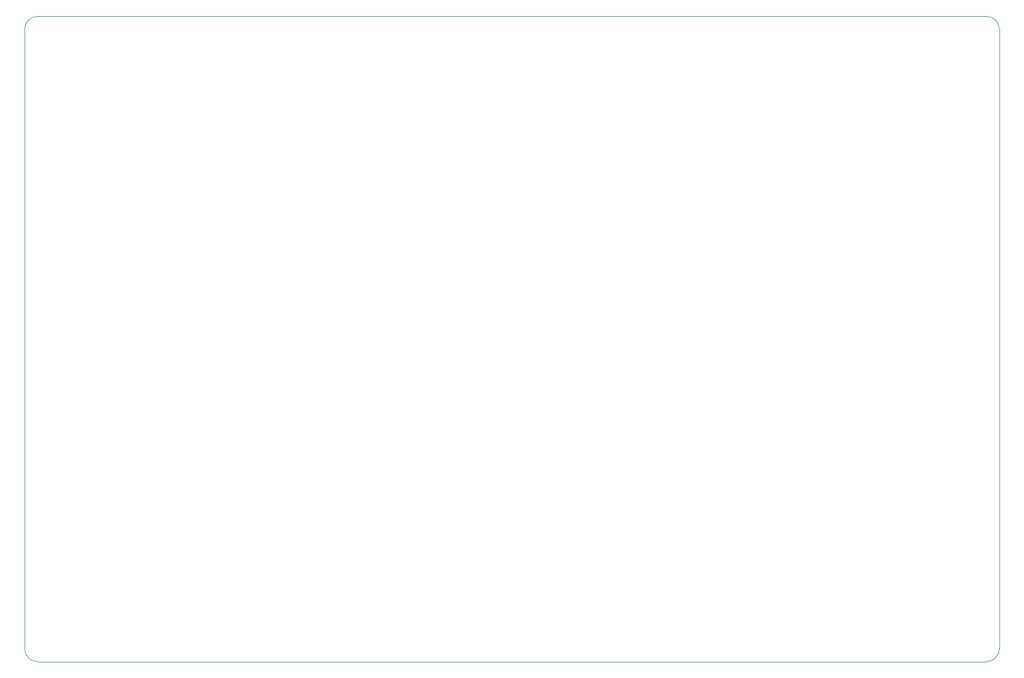
<source format=gbr>
G04 #@! TF.GenerationSoftware,KiCad,Pcbnew,(5.1.8)-1*
G04 #@! TF.CreationDate,2020-11-20T19:23:25+01:00*
G04 #@! TF.ProjectId,light-box,6c696768-742d-4626-9f78-2e6b69636164,rev?*
G04 #@! TF.SameCoordinates,Original*
G04 #@! TF.FileFunction,Profile,NP*
%FSLAX46Y46*%
G04 Gerber Fmt 4.6, Leading zero omitted, Abs format (unit mm)*
G04 Created by KiCad (PCBNEW (5.1.8)-1) date 2020-11-20 19:23:25*
%MOMM*%
%LPD*%
G01*
G04 APERTURE LIST*
G04 #@! TA.AperFunction,Profile*
%ADD10C,0.050000*%
G04 #@! TD*
G04 APERTURE END LIST*
D10*
X71000000Y-43000000D02*
G75*
G02*
X73000000Y-41000000I2000000J0D01*
G01*
X217000000Y-41000000D02*
G75*
G02*
X219000000Y-43000000I0J-2000000D01*
G01*
X219000000Y-137000000D02*
G75*
G02*
X217000000Y-139000000I-2000000J0D01*
G01*
X73000000Y-139000000D02*
G75*
G02*
X71000000Y-137000000I0J2000000D01*
G01*
X217000000Y-139000000D02*
X73000000Y-139000000D01*
X73000000Y-41000000D02*
X217000000Y-41000000D01*
X71000000Y-137000000D02*
X71000000Y-43000000D01*
X219000000Y-137000000D02*
X219000000Y-43000000D01*
M02*

</source>
